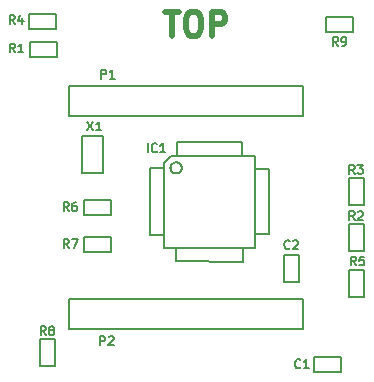
<source format=gto>
G04 (created by PCBNEW-RS274X (2011-05-25)-stable) date Fri 25 Jan 2013 04:31:27 PM PST*
G01*
G70*
G90*
%MOIN*%
G04 Gerber Fmt 3.4, Leading zero omitted, Abs format*
%FSLAX34Y34*%
G04 APERTURE LIST*
%ADD10C,0.006000*%
%ADD11C,0.019700*%
%ADD12C,0.005000*%
%ADD13C,0.005900*%
G04 APERTURE END LIST*
G54D10*
G54D11*
X44986Y-27145D02*
X45436Y-27145D01*
X45211Y-27932D02*
X45211Y-27145D01*
X45848Y-27145D02*
X45998Y-27145D01*
X46073Y-27183D01*
X46148Y-27257D01*
X46186Y-27407D01*
X46186Y-27670D01*
X46148Y-27820D01*
X46073Y-27895D01*
X45998Y-27932D01*
X45848Y-27932D01*
X45773Y-27895D01*
X45698Y-27820D01*
X45661Y-27670D01*
X45661Y-27407D01*
X45698Y-27257D01*
X45773Y-27183D01*
X45848Y-27145D01*
X46522Y-27932D02*
X46522Y-27145D01*
X46822Y-27145D01*
X46897Y-27183D01*
X46935Y-27220D01*
X46972Y-27295D01*
X46972Y-27407D01*
X46935Y-27482D01*
X46897Y-27520D01*
X46822Y-27557D01*
X46522Y-27557D01*
G54D10*
X42913Y-32520D02*
X42205Y-32520D01*
X42205Y-32520D02*
X42205Y-31260D01*
X42205Y-31260D02*
X42913Y-31260D01*
X42913Y-32520D02*
X42913Y-31260D01*
G54D12*
X50337Y-27309D02*
X51237Y-27309D01*
X51237Y-27309D02*
X51237Y-27809D01*
X51237Y-27809D02*
X50337Y-27809D01*
X50337Y-27809D02*
X50337Y-27309D01*
X40793Y-38934D02*
X40793Y-38034D01*
X40793Y-38034D02*
X41293Y-38034D01*
X41293Y-38034D02*
X41293Y-38934D01*
X41293Y-38934D02*
X40793Y-38934D01*
X42267Y-34632D02*
X43167Y-34632D01*
X43167Y-34632D02*
X43167Y-35132D01*
X43167Y-35132D02*
X42267Y-35132D01*
X42267Y-35132D02*
X42267Y-34632D01*
X42267Y-33411D02*
X43167Y-33411D01*
X43167Y-33411D02*
X43167Y-33911D01*
X43167Y-33911D02*
X42267Y-33911D01*
X42267Y-33911D02*
X42267Y-33411D01*
X51589Y-35731D02*
X51589Y-36631D01*
X51589Y-36631D02*
X51089Y-36631D01*
X51089Y-36631D02*
X51089Y-35731D01*
X51089Y-35731D02*
X51589Y-35731D01*
X40479Y-28156D02*
X41379Y-28156D01*
X41379Y-28156D02*
X41379Y-28656D01*
X41379Y-28656D02*
X40479Y-28656D01*
X40479Y-28656D02*
X40479Y-28156D01*
X51589Y-32660D02*
X51589Y-33560D01*
X51589Y-33560D02*
X51089Y-33560D01*
X51089Y-33560D02*
X51089Y-32660D01*
X51089Y-32660D02*
X51589Y-32660D01*
X51589Y-34196D02*
X51589Y-35096D01*
X51589Y-35096D02*
X51089Y-35096D01*
X51089Y-35096D02*
X51089Y-34196D01*
X51089Y-34196D02*
X51589Y-34196D01*
X40452Y-27195D02*
X41352Y-27195D01*
X41352Y-27195D02*
X41352Y-27695D01*
X41352Y-27695D02*
X40452Y-27695D01*
X40452Y-27695D02*
X40452Y-27195D01*
G54D10*
X48437Y-34555D02*
X47987Y-34555D01*
X48437Y-32375D02*
X47997Y-32375D01*
X48437Y-34555D02*
X48437Y-32375D01*
X47557Y-35025D02*
X47557Y-35455D01*
X45347Y-35035D02*
X45347Y-35455D01*
X45337Y-35455D02*
X47557Y-35465D01*
X45357Y-31485D02*
X47527Y-31475D01*
X44927Y-32175D02*
X44927Y-35005D01*
X47537Y-31485D02*
X47537Y-31895D01*
X45177Y-31935D02*
X47957Y-31935D01*
X47977Y-35015D02*
X47977Y-31975D01*
X44927Y-35015D02*
X47927Y-35015D01*
X44477Y-32345D02*
X44477Y-34565D01*
X44477Y-34565D02*
X44927Y-34565D01*
X44931Y-32165D02*
X45161Y-31935D01*
X44479Y-32345D02*
X44931Y-32345D01*
X45357Y-31935D02*
X45357Y-31483D01*
X45527Y-32339D02*
X45523Y-32375D01*
X45512Y-32410D01*
X45495Y-32443D01*
X45472Y-32471D01*
X45444Y-32494D01*
X45411Y-32512D01*
X45376Y-32523D01*
X45340Y-32526D01*
X45304Y-32523D01*
X45269Y-32513D01*
X45237Y-32496D01*
X45208Y-32473D01*
X45184Y-32445D01*
X45167Y-32413D01*
X45156Y-32378D01*
X45152Y-32341D01*
X45155Y-32306D01*
X45165Y-32270D01*
X45181Y-32238D01*
X45204Y-32209D01*
X45232Y-32185D01*
X45264Y-32167D01*
X45299Y-32156D01*
X45336Y-32152D01*
X45371Y-32154D01*
X45406Y-32164D01*
X45439Y-32181D01*
X45468Y-32203D01*
X45492Y-32231D01*
X45510Y-32263D01*
X45522Y-32298D01*
X45526Y-32334D01*
X45527Y-32339D01*
G54D12*
X49423Y-35259D02*
X49423Y-36159D01*
X49423Y-36159D02*
X48923Y-36159D01*
X48923Y-36159D02*
X48923Y-35259D01*
X48923Y-35259D02*
X49423Y-35259D01*
X49944Y-38648D02*
X50844Y-38648D01*
X50844Y-38648D02*
X50844Y-39148D01*
X50844Y-39148D02*
X49944Y-39148D01*
X49944Y-39148D02*
X49944Y-38648D01*
G54D10*
X49569Y-29618D02*
X49569Y-30618D01*
X41769Y-29618D02*
X41769Y-30618D01*
X41769Y-29618D02*
X49569Y-29618D01*
X49569Y-30618D02*
X41769Y-30618D01*
X49569Y-36705D02*
X49569Y-37705D01*
X41769Y-36705D02*
X41769Y-37705D01*
X41769Y-36705D02*
X49569Y-36705D01*
X49569Y-37705D02*
X41769Y-37705D01*
G54D13*
X42379Y-30796D02*
X42576Y-31091D01*
X42576Y-30796D02*
X42379Y-31091D01*
X42843Y-31091D02*
X42674Y-31091D01*
X42758Y-31091D02*
X42758Y-30796D01*
X42730Y-30838D01*
X42702Y-30866D01*
X42674Y-30880D01*
X50738Y-28269D02*
X50639Y-28128D01*
X50569Y-28269D02*
X50569Y-27974D01*
X50682Y-27974D01*
X50710Y-27988D01*
X50724Y-28002D01*
X50738Y-28030D01*
X50738Y-28072D01*
X50724Y-28100D01*
X50710Y-28114D01*
X50682Y-28128D01*
X50569Y-28128D01*
X50878Y-28269D02*
X50934Y-28269D01*
X50963Y-28255D01*
X50977Y-28241D01*
X51005Y-28199D01*
X51019Y-28142D01*
X51019Y-28030D01*
X51005Y-28002D01*
X50991Y-27988D01*
X50963Y-27974D01*
X50906Y-27974D01*
X50878Y-27988D01*
X50864Y-28002D01*
X50850Y-28030D01*
X50850Y-28100D01*
X50864Y-28128D01*
X50878Y-28142D01*
X50906Y-28157D01*
X50963Y-28157D01*
X50991Y-28142D01*
X51005Y-28128D01*
X51019Y-28100D01*
X40994Y-37914D02*
X40895Y-37773D01*
X40825Y-37914D02*
X40825Y-37619D01*
X40938Y-37619D01*
X40966Y-37633D01*
X40980Y-37647D01*
X40994Y-37675D01*
X40994Y-37717D01*
X40980Y-37745D01*
X40966Y-37759D01*
X40938Y-37773D01*
X40825Y-37773D01*
X41162Y-37745D02*
X41134Y-37731D01*
X41120Y-37717D01*
X41106Y-37689D01*
X41106Y-37675D01*
X41120Y-37647D01*
X41134Y-37633D01*
X41162Y-37619D01*
X41219Y-37619D01*
X41247Y-37633D01*
X41261Y-37647D01*
X41275Y-37675D01*
X41275Y-37689D01*
X41261Y-37717D01*
X41247Y-37731D01*
X41219Y-37745D01*
X41162Y-37745D01*
X41134Y-37759D01*
X41120Y-37773D01*
X41106Y-37802D01*
X41106Y-37858D01*
X41120Y-37886D01*
X41134Y-37900D01*
X41162Y-37914D01*
X41219Y-37914D01*
X41247Y-37900D01*
X41261Y-37886D01*
X41275Y-37858D01*
X41275Y-37802D01*
X41261Y-37773D01*
X41247Y-37759D01*
X41219Y-37745D01*
X41762Y-35001D02*
X41663Y-34860D01*
X41593Y-35001D02*
X41593Y-34706D01*
X41706Y-34706D01*
X41734Y-34720D01*
X41748Y-34734D01*
X41762Y-34762D01*
X41762Y-34804D01*
X41748Y-34832D01*
X41734Y-34846D01*
X41706Y-34860D01*
X41593Y-34860D01*
X41860Y-34706D02*
X42057Y-34706D01*
X41930Y-35001D01*
X41762Y-33780D02*
X41663Y-33639D01*
X41593Y-33780D02*
X41593Y-33485D01*
X41706Y-33485D01*
X41734Y-33499D01*
X41748Y-33513D01*
X41762Y-33541D01*
X41762Y-33583D01*
X41748Y-33611D01*
X41734Y-33625D01*
X41706Y-33639D01*
X41593Y-33639D01*
X42015Y-33485D02*
X41958Y-33485D01*
X41930Y-33499D01*
X41916Y-33513D01*
X41888Y-33555D01*
X41874Y-33611D01*
X41874Y-33724D01*
X41888Y-33752D01*
X41902Y-33766D01*
X41930Y-33780D01*
X41987Y-33780D01*
X42015Y-33766D01*
X42029Y-33752D01*
X42043Y-33724D01*
X42043Y-33653D01*
X42029Y-33625D01*
X42015Y-33611D01*
X41987Y-33597D01*
X41930Y-33597D01*
X41902Y-33611D01*
X41888Y-33625D01*
X41874Y-33653D01*
X51329Y-35591D02*
X51230Y-35450D01*
X51160Y-35591D02*
X51160Y-35296D01*
X51273Y-35296D01*
X51301Y-35310D01*
X51315Y-35324D01*
X51329Y-35352D01*
X51329Y-35394D01*
X51315Y-35422D01*
X51301Y-35436D01*
X51273Y-35450D01*
X51160Y-35450D01*
X51596Y-35296D02*
X51455Y-35296D01*
X51441Y-35436D01*
X51455Y-35422D01*
X51483Y-35408D01*
X51554Y-35408D01*
X51582Y-35422D01*
X51596Y-35436D01*
X51610Y-35464D01*
X51610Y-35535D01*
X51596Y-35563D01*
X51582Y-35577D01*
X51554Y-35591D01*
X51483Y-35591D01*
X51455Y-35577D01*
X51441Y-35563D01*
X39967Y-27548D02*
X39868Y-27407D01*
X39798Y-27548D02*
X39798Y-27253D01*
X39911Y-27253D01*
X39939Y-27267D01*
X39953Y-27281D01*
X39967Y-27309D01*
X39967Y-27351D01*
X39953Y-27379D01*
X39939Y-27393D01*
X39911Y-27407D01*
X39798Y-27407D01*
X40220Y-27351D02*
X40220Y-27548D01*
X40149Y-27239D02*
X40079Y-27450D01*
X40262Y-27450D01*
X51290Y-32540D02*
X51191Y-32399D01*
X51121Y-32540D02*
X51121Y-32245D01*
X51234Y-32245D01*
X51262Y-32259D01*
X51276Y-32273D01*
X51290Y-32301D01*
X51290Y-32343D01*
X51276Y-32371D01*
X51262Y-32385D01*
X51234Y-32399D01*
X51121Y-32399D01*
X51388Y-32245D02*
X51571Y-32245D01*
X51472Y-32357D01*
X51515Y-32357D01*
X51543Y-32371D01*
X51557Y-32385D01*
X51571Y-32413D01*
X51571Y-32484D01*
X51557Y-32512D01*
X51543Y-32526D01*
X51515Y-32540D01*
X51430Y-32540D01*
X51402Y-32526D01*
X51388Y-32512D01*
X51290Y-34076D02*
X51191Y-33935D01*
X51121Y-34076D02*
X51121Y-33781D01*
X51234Y-33781D01*
X51262Y-33795D01*
X51276Y-33809D01*
X51290Y-33837D01*
X51290Y-33879D01*
X51276Y-33907D01*
X51262Y-33921D01*
X51234Y-33935D01*
X51121Y-33935D01*
X51402Y-33809D02*
X51416Y-33795D01*
X51444Y-33781D01*
X51515Y-33781D01*
X51543Y-33795D01*
X51557Y-33809D01*
X51571Y-33837D01*
X51571Y-33865D01*
X51557Y-33907D01*
X51388Y-34076D01*
X51571Y-34076D01*
X39967Y-28493D02*
X39868Y-28352D01*
X39798Y-28493D02*
X39798Y-28198D01*
X39911Y-28198D01*
X39939Y-28212D01*
X39953Y-28226D01*
X39967Y-28254D01*
X39967Y-28296D01*
X39953Y-28324D01*
X39939Y-28338D01*
X39911Y-28352D01*
X39798Y-28352D01*
X40248Y-28493D02*
X40079Y-28493D01*
X40163Y-28493D02*
X40163Y-28198D01*
X40135Y-28240D01*
X40107Y-28268D01*
X40079Y-28282D01*
X44397Y-31812D02*
X44397Y-31517D01*
X44706Y-31784D02*
X44692Y-31798D01*
X44650Y-31812D01*
X44622Y-31812D01*
X44579Y-31798D01*
X44551Y-31770D01*
X44537Y-31742D01*
X44523Y-31685D01*
X44523Y-31643D01*
X44537Y-31587D01*
X44551Y-31559D01*
X44579Y-31531D01*
X44622Y-31517D01*
X44650Y-31517D01*
X44692Y-31531D01*
X44706Y-31545D01*
X44987Y-31812D02*
X44818Y-31812D01*
X44902Y-31812D02*
X44902Y-31517D01*
X44874Y-31559D01*
X44846Y-31587D01*
X44818Y-31601D01*
X49124Y-35013D02*
X49110Y-35027D01*
X49068Y-35041D01*
X49040Y-35041D01*
X48997Y-35027D01*
X48969Y-34999D01*
X48955Y-34971D01*
X48941Y-34914D01*
X48941Y-34872D01*
X48955Y-34816D01*
X48969Y-34788D01*
X48997Y-34760D01*
X49040Y-34746D01*
X49068Y-34746D01*
X49110Y-34760D01*
X49124Y-34774D01*
X49236Y-34774D02*
X49250Y-34760D01*
X49278Y-34746D01*
X49349Y-34746D01*
X49377Y-34760D01*
X49391Y-34774D01*
X49405Y-34802D01*
X49405Y-34830D01*
X49391Y-34872D01*
X49222Y-35041D01*
X49405Y-35041D01*
X49479Y-38989D02*
X49465Y-39003D01*
X49423Y-39017D01*
X49395Y-39017D01*
X49352Y-39003D01*
X49324Y-38975D01*
X49310Y-38947D01*
X49296Y-38890D01*
X49296Y-38848D01*
X49310Y-38792D01*
X49324Y-38764D01*
X49352Y-38736D01*
X49395Y-38722D01*
X49423Y-38722D01*
X49465Y-38736D01*
X49479Y-38750D01*
X49760Y-39017D02*
X49591Y-39017D01*
X49675Y-39017D02*
X49675Y-38722D01*
X49647Y-38764D01*
X49619Y-38792D01*
X49591Y-38806D01*
X42841Y-29363D02*
X42841Y-29068D01*
X42954Y-29068D01*
X42982Y-29082D01*
X42996Y-29096D01*
X43010Y-29124D01*
X43010Y-29166D01*
X42996Y-29194D01*
X42982Y-29208D01*
X42954Y-29222D01*
X42841Y-29222D01*
X43291Y-29363D02*
X43122Y-29363D01*
X43206Y-29363D02*
X43206Y-29068D01*
X43178Y-29110D01*
X43150Y-29138D01*
X43122Y-29152D01*
X42813Y-38245D02*
X42813Y-37950D01*
X42926Y-37950D01*
X42954Y-37964D01*
X42968Y-37978D01*
X42982Y-38006D01*
X42982Y-38048D01*
X42968Y-38076D01*
X42954Y-38090D01*
X42926Y-38104D01*
X42813Y-38104D01*
X43094Y-37978D02*
X43108Y-37964D01*
X43136Y-37950D01*
X43207Y-37950D01*
X43235Y-37964D01*
X43249Y-37978D01*
X43263Y-38006D01*
X43263Y-38034D01*
X43249Y-38076D01*
X43080Y-38245D01*
X43263Y-38245D01*
M02*

</source>
